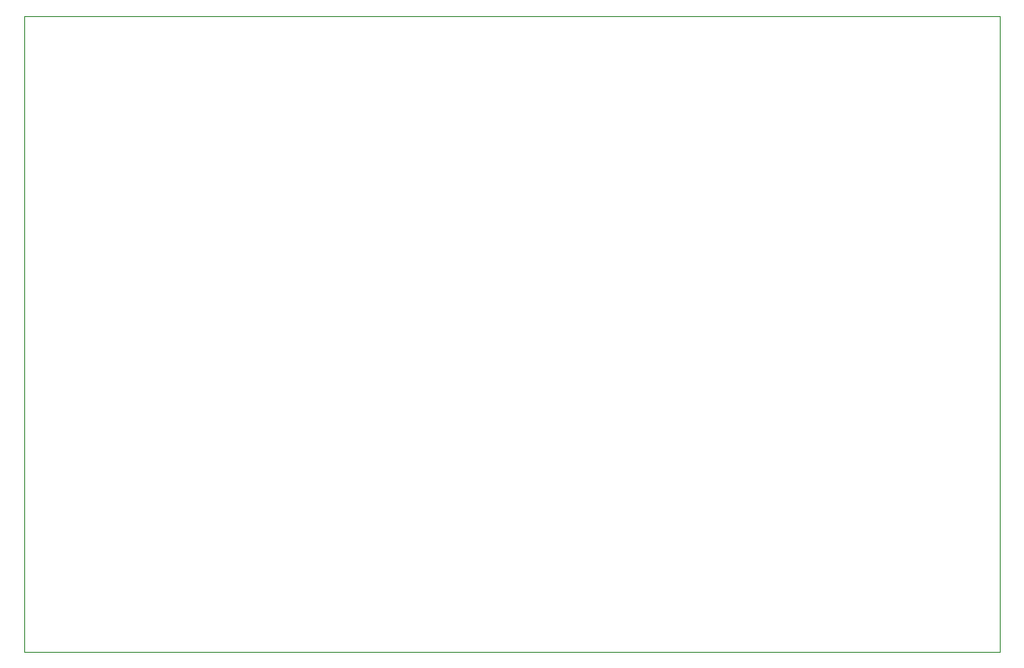
<source format=gm1>
G04 #@! TF.GenerationSoftware,KiCad,Pcbnew,5.1.5+dfsg1-2build2*
G04 #@! TF.CreationDate,2021-02-01T08:48:30-06:00*
G04 #@! TF.ProjectId,speaker-switcher-remote,73706561-6b65-4722-9d73-776974636865,rev?*
G04 #@! TF.SameCoordinates,Original*
G04 #@! TF.FileFunction,Profile,NP*
%FSLAX46Y46*%
G04 Gerber Fmt 4.6, Leading zero omitted, Abs format (unit mm)*
G04 Created by KiCad (PCBNEW 5.1.5+dfsg1-2build2) date 2021-02-01 08:48:30*
%MOMM*%
%LPD*%
G04 APERTURE LIST*
%ADD10C,0.050000*%
G04 APERTURE END LIST*
D10*
X102250000Y-68500000D02*
X194250000Y-68500000D01*
X102250000Y-128500000D02*
X103250000Y-128500000D01*
X102250000Y-128500000D02*
X102250000Y-68500000D01*
X194250000Y-128500000D02*
X103250000Y-128500000D01*
X194250000Y-68500000D02*
X194250000Y-128500000D01*
M02*

</source>
